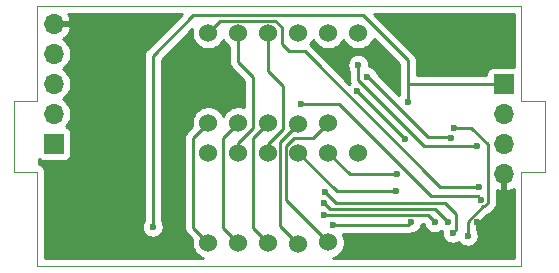
<source format=gtl>
G04 #@! TF.GenerationSoftware,KiCad,Pcbnew,(5.1.10)-1*
G04 #@! TF.CreationDate,2023-01-31T14:41:16+02:00*
G04 #@! TF.ProjectId,voltmeter,766f6c74-6d65-4746-9572-2e6b69636164,rev?*
G04 #@! TF.SameCoordinates,Original*
G04 #@! TF.FileFunction,Copper,L1,Top*
G04 #@! TF.FilePolarity,Positive*
%FSLAX46Y46*%
G04 Gerber Fmt 4.6, Leading zero omitted, Abs format (unit mm)*
G04 Created by KiCad (PCBNEW (5.1.10)-1) date 2023-01-31 14:41:16*
%MOMM*%
%LPD*%
G01*
G04 APERTURE LIST*
G04 #@! TA.AperFunction,Profile*
%ADD10C,0.050000*%
G04 #@! TD*
G04 #@! TA.AperFunction,ComponentPad*
%ADD11O,1.700000X1.700000*%
G04 #@! TD*
G04 #@! TA.AperFunction,ComponentPad*
%ADD12R,1.700000X1.700000*%
G04 #@! TD*
G04 #@! TA.AperFunction,ComponentPad*
%ADD13C,1.524000*%
G04 #@! TD*
G04 #@! TA.AperFunction,ViaPad*
%ADD14C,0.600000*%
G04 #@! TD*
G04 #@! TA.AperFunction,Conductor*
%ADD15C,0.254000*%
G04 #@! TD*
G04 #@! TA.AperFunction,Conductor*
%ADD16C,0.250000*%
G04 #@! TD*
G04 #@! TA.AperFunction,Conductor*
%ADD17C,0.100000*%
G04 #@! TD*
G04 APERTURE END LIST*
D10*
X52578000Y-78048000D02*
X52578000Y-86048000D01*
X50578000Y-86048000D02*
X50578000Y-92048000D01*
X52578000Y-86048000D02*
X50578000Y-86048000D01*
X52578000Y-92048000D02*
X50578000Y-92048000D01*
X52578000Y-92048000D02*
X52578000Y-100048000D01*
X93578000Y-92048000D02*
X93578000Y-100048000D01*
X95578000Y-92048000D02*
X93578000Y-92048000D01*
X95578000Y-86048000D02*
X93578000Y-86048000D01*
X95578000Y-86048000D02*
X95578000Y-92048000D01*
X52578000Y-100048000D02*
X93578000Y-100048000D01*
X93578000Y-78048000D02*
X93578000Y-86048000D01*
X52578000Y-78048000D02*
X93578000Y-78048000D01*
D11*
X92075000Y-92272000D03*
X92075000Y-89732000D03*
X92075000Y-87192000D03*
D12*
X92075000Y-84652000D03*
D11*
X53975000Y-79521200D03*
X53975000Y-82061200D03*
X53975000Y-84601200D03*
X53975000Y-87141200D03*
D12*
X53975000Y-89681200D03*
D13*
X77216000Y-98036380D03*
X74676000Y-98130360D03*
X72136000Y-98044000D03*
X69596000Y-98044000D03*
X67056000Y-98044000D03*
X79756000Y-90424000D03*
X77216000Y-90424000D03*
X74676000Y-90424000D03*
X67056000Y-90424000D03*
X69596000Y-90424000D03*
X72136000Y-90424000D03*
X77216000Y-87897380D03*
X74676000Y-87991360D03*
X72136000Y-87905000D03*
X69596000Y-87905000D03*
X67056000Y-87905000D03*
X79756000Y-80285000D03*
X77216000Y-80285000D03*
X74676000Y-80285000D03*
X67056000Y-80285000D03*
X69596000Y-80285000D03*
X72136000Y-80285000D03*
D14*
X89789000Y-96336000D03*
X62721639Y-99146361D03*
X86614000Y-80334000D03*
X81153000Y-81350000D03*
X67183000Y-82112000D03*
X67183000Y-86049000D03*
X63881000Y-93542000D03*
X92583000Y-78937000D03*
X88519000Y-78937000D03*
X92583000Y-82874000D03*
X55245000Y-93923000D03*
X55118000Y-91637000D03*
X61214000Y-87446000D03*
X78867000Y-99130000D03*
X85471000Y-99130000D03*
X62357000Y-96717000D03*
X83947000Y-86176000D03*
X89946735Y-93324521D03*
X83058000Y-92272000D03*
X82931000Y-93669000D03*
X74930000Y-86303000D03*
X90170000Y-94431000D03*
X87376000Y-96336000D03*
X76881020Y-94731010D03*
X84201000Y-96336000D03*
X77597008Y-96590000D03*
X79756000Y-83001000D03*
X89806479Y-89858999D03*
X79681755Y-85234245D03*
X83745755Y-89298245D03*
X86233000Y-96336000D03*
X76881020Y-95747010D03*
X87630000Y-89224000D03*
X80518000Y-84017000D03*
X76962000Y-93796000D03*
X87757000Y-97224992D03*
X89027000Y-97479000D03*
X87884000Y-88334998D03*
D15*
X90170000Y-96336000D02*
X89789000Y-96336000D01*
X92075000Y-94431000D02*
X90170000Y-96336000D01*
X92075000Y-92272000D02*
X92075000Y-94431000D01*
X58242200Y-79521200D02*
X53975000Y-79521200D01*
X60325000Y-81604000D02*
X58242200Y-79521200D01*
X60325000Y-96749722D02*
X60325000Y-81604000D01*
X62721639Y-99146361D02*
X60325000Y-96749722D01*
X80137000Y-78810000D02*
X83947000Y-82620000D01*
X65786000Y-78810000D02*
X80137000Y-78810000D01*
X83947000Y-82620000D02*
X83947000Y-86176000D01*
X62357000Y-82239000D02*
X65786000Y-78810000D01*
X62357000Y-96717000D02*
X62357000Y-82239000D01*
X84074000Y-84652000D02*
X83947000Y-84779000D01*
X92075000Y-84652000D02*
X84074000Y-84652000D01*
X73659999Y-94480379D02*
X77216000Y-98036380D01*
X73659999Y-89859001D02*
X73659999Y-94480379D01*
X74295000Y-89224000D02*
X73659999Y-89859001D01*
X75889380Y-89224000D02*
X74295000Y-89224000D01*
X77216000Y-87897380D02*
X75889380Y-89224000D01*
X73152000Y-89515360D02*
X74676000Y-87991360D01*
X73152000Y-96606360D02*
X73152000Y-89515360D01*
X74676000Y-98130360D02*
X73152000Y-96606360D01*
X70866000Y-89175000D02*
X72136000Y-87905000D01*
X70866000Y-96774000D02*
X70866000Y-89175000D01*
X72136000Y-98044000D02*
X70866000Y-96774000D01*
X68326000Y-89175000D02*
X69596000Y-87905000D01*
X68326000Y-96774000D02*
X68326000Y-89175000D01*
X69596000Y-98044000D02*
X68326000Y-96774000D01*
X65786000Y-89175000D02*
X67056000Y-87905000D01*
X65786000Y-96774000D02*
X65786000Y-89175000D01*
X67056000Y-98044000D02*
X65786000Y-96774000D01*
X86679203Y-93324521D02*
X89946735Y-93324521D01*
X75212682Y-81858000D02*
X86679203Y-93324521D01*
X73914000Y-81858000D02*
X75212682Y-81858000D01*
X73279000Y-79811659D02*
X73279000Y-81223000D01*
X72736340Y-79268999D02*
X73279000Y-79811659D01*
X68072001Y-79268999D02*
X72736340Y-79268999D01*
X73279000Y-81223000D02*
X73914000Y-81858000D01*
X67056000Y-80285000D02*
X68072001Y-79268999D01*
D16*
X69596000Y-89808590D02*
X69596000Y-90424000D01*
D15*
X69596000Y-89605000D02*
X69596000Y-90424000D01*
X70866000Y-88335000D02*
X69596000Y-89605000D01*
X70866000Y-84017000D02*
X70866000Y-88335000D01*
X69596000Y-82747000D02*
X70866000Y-84017000D01*
X69596000Y-80285000D02*
X69596000Y-82747000D01*
X72136000Y-83509000D02*
X72136000Y-80285000D01*
X73406000Y-84779000D02*
X72136000Y-83509000D01*
X73406000Y-88462000D02*
X73406000Y-84779000D01*
X72136000Y-89732000D02*
X73406000Y-88462000D01*
X72136000Y-90424000D02*
X72136000Y-89732000D01*
X79064000Y-92272000D02*
X77216000Y-90424000D01*
X83058000Y-92272000D02*
X79064000Y-92272000D01*
X77921000Y-93669000D02*
X74676000Y-90424000D01*
X82931000Y-93669000D02*
X77921000Y-93669000D01*
X74930000Y-86303000D02*
X78105000Y-86303000D01*
X78105000Y-86303000D02*
X85933001Y-94131001D01*
X85933001Y-94131001D02*
X89870001Y-94131001D01*
X89870001Y-94131001D02*
X90170000Y-94431000D01*
X86233000Y-95193000D02*
X87376000Y-96336000D01*
X77343010Y-95193000D02*
X86233000Y-95193000D01*
X76881020Y-94731010D02*
X77343010Y-95193000D01*
X83947000Y-96590000D02*
X84201000Y-96336000D01*
X77597008Y-96590000D02*
X83947000Y-96590000D01*
X79756000Y-84271000D02*
X85343999Y-89858999D01*
X79756000Y-83001000D02*
X79756000Y-84271000D01*
X85343999Y-89858999D02*
X89806479Y-89858999D01*
X79681755Y-85234245D02*
X79981754Y-85534244D01*
X79981754Y-85534244D02*
X83745755Y-89298245D01*
X85644010Y-95747010D02*
X86233000Y-96336000D01*
X76881020Y-95747010D02*
X85644010Y-95747010D01*
X80587078Y-84017000D02*
X80518000Y-84017000D01*
X85667078Y-89097000D02*
X80587078Y-84017000D01*
X87630000Y-89097000D02*
X85667078Y-89097000D01*
X76962000Y-93796000D02*
X77851000Y-94685000D01*
X77851000Y-94685000D02*
X87122000Y-94685000D01*
X87122000Y-94685000D02*
X88056999Y-95619999D01*
X88056999Y-95619999D02*
X88056999Y-96924993D01*
X88056999Y-96924993D02*
X87757000Y-97224992D01*
X90724001Y-89720079D02*
X89338920Y-88334998D01*
X89338920Y-88334998D02*
X87884000Y-88334998D01*
X90724002Y-94696922D02*
X90724001Y-89720079D01*
X90435922Y-94985002D02*
X90724002Y-94696922D01*
X90320076Y-94985002D02*
X90435922Y-94985002D01*
X89027000Y-96278078D02*
X90320076Y-94985002D01*
X89027000Y-97479000D02*
X89027000Y-96278078D01*
X92202000Y-92145000D02*
X92222000Y-92145000D01*
X92222000Y-92399000D01*
X92202000Y-92399000D01*
X92202000Y-93592814D01*
X92431891Y-93713481D01*
X92706252Y-93616157D01*
X92918000Y-93490025D01*
X92918001Y-99388000D01*
X77581733Y-99388000D01*
X77623490Y-99379694D01*
X77877727Y-99274385D01*
X78106535Y-99121500D01*
X78301120Y-98926915D01*
X78454005Y-98698107D01*
X78559314Y-98443870D01*
X78613000Y-98173972D01*
X78613000Y-97898788D01*
X78559314Y-97628890D01*
X78454005Y-97374653D01*
X78438869Y-97352000D01*
X83909577Y-97352000D01*
X83947000Y-97355686D01*
X83984423Y-97352000D01*
X83984426Y-97352000D01*
X84096378Y-97340974D01*
X84240015Y-97297402D01*
X84289410Y-97271000D01*
X84293089Y-97271000D01*
X84473729Y-97235068D01*
X84643889Y-97164586D01*
X84797028Y-97062262D01*
X84927262Y-96932028D01*
X85029586Y-96778889D01*
X85100068Y-96608729D01*
X85119904Y-96509010D01*
X85314096Y-96509010D01*
X85333932Y-96608729D01*
X85404414Y-96778889D01*
X85506738Y-96932028D01*
X85636972Y-97062262D01*
X85790111Y-97164586D01*
X85960271Y-97235068D01*
X86140911Y-97271000D01*
X86325089Y-97271000D01*
X86505729Y-97235068D01*
X86675889Y-97164586D01*
X86804500Y-97078651D01*
X86829472Y-97095337D01*
X86822000Y-97132903D01*
X86822000Y-97317081D01*
X86857932Y-97497721D01*
X86928414Y-97667881D01*
X87030738Y-97821020D01*
X87160972Y-97951254D01*
X87314111Y-98053578D01*
X87484271Y-98124060D01*
X87664911Y-98159992D01*
X87849089Y-98159992D01*
X88029729Y-98124060D01*
X88199889Y-98053578D01*
X88259702Y-98013613D01*
X88300738Y-98075028D01*
X88430972Y-98205262D01*
X88584111Y-98307586D01*
X88754271Y-98378068D01*
X88934911Y-98414000D01*
X89119089Y-98414000D01*
X89299729Y-98378068D01*
X89469889Y-98307586D01*
X89623028Y-98205262D01*
X89753262Y-98075028D01*
X89855586Y-97921889D01*
X89926068Y-97751729D01*
X89962000Y-97571089D01*
X89962000Y-97386911D01*
X89926068Y-97206271D01*
X89855586Y-97036111D01*
X89789000Y-96936458D01*
X89789000Y-96593708D01*
X90673482Y-95709226D01*
X90728937Y-95692404D01*
X90861314Y-95621647D01*
X90977344Y-95526424D01*
X91001207Y-95497347D01*
X91236349Y-95262204D01*
X91265424Y-95238343D01*
X91347444Y-95138401D01*
X91360647Y-95122314D01*
X91414372Y-95021801D01*
X91431404Y-94989936D01*
X91474976Y-94846299D01*
X91486002Y-94734347D01*
X91486002Y-94734345D01*
X91489688Y-94696922D01*
X91486002Y-94659499D01*
X91486002Y-93631146D01*
X91718109Y-93713481D01*
X91948000Y-93592814D01*
X91948000Y-92399000D01*
X91928000Y-92399000D01*
X91928000Y-92145000D01*
X91948000Y-92145000D01*
X91948000Y-92125000D01*
X92202000Y-92125000D01*
X92202000Y-92145000D01*
G04 #@! TA.AperFunction,Conductor*
D17*
G36*
X92202000Y-92145000D02*
G01*
X92222000Y-92145000D01*
X92222000Y-92399000D01*
X92202000Y-92399000D01*
X92202000Y-93592814D01*
X92431891Y-93713481D01*
X92706252Y-93616157D01*
X92918000Y-93490025D01*
X92918001Y-99388000D01*
X77581733Y-99388000D01*
X77623490Y-99379694D01*
X77877727Y-99274385D01*
X78106535Y-99121500D01*
X78301120Y-98926915D01*
X78454005Y-98698107D01*
X78559314Y-98443870D01*
X78613000Y-98173972D01*
X78613000Y-97898788D01*
X78559314Y-97628890D01*
X78454005Y-97374653D01*
X78438869Y-97352000D01*
X83909577Y-97352000D01*
X83947000Y-97355686D01*
X83984423Y-97352000D01*
X83984426Y-97352000D01*
X84096378Y-97340974D01*
X84240015Y-97297402D01*
X84289410Y-97271000D01*
X84293089Y-97271000D01*
X84473729Y-97235068D01*
X84643889Y-97164586D01*
X84797028Y-97062262D01*
X84927262Y-96932028D01*
X85029586Y-96778889D01*
X85100068Y-96608729D01*
X85119904Y-96509010D01*
X85314096Y-96509010D01*
X85333932Y-96608729D01*
X85404414Y-96778889D01*
X85506738Y-96932028D01*
X85636972Y-97062262D01*
X85790111Y-97164586D01*
X85960271Y-97235068D01*
X86140911Y-97271000D01*
X86325089Y-97271000D01*
X86505729Y-97235068D01*
X86675889Y-97164586D01*
X86804500Y-97078651D01*
X86829472Y-97095337D01*
X86822000Y-97132903D01*
X86822000Y-97317081D01*
X86857932Y-97497721D01*
X86928414Y-97667881D01*
X87030738Y-97821020D01*
X87160972Y-97951254D01*
X87314111Y-98053578D01*
X87484271Y-98124060D01*
X87664911Y-98159992D01*
X87849089Y-98159992D01*
X88029729Y-98124060D01*
X88199889Y-98053578D01*
X88259702Y-98013613D01*
X88300738Y-98075028D01*
X88430972Y-98205262D01*
X88584111Y-98307586D01*
X88754271Y-98378068D01*
X88934911Y-98414000D01*
X89119089Y-98414000D01*
X89299729Y-98378068D01*
X89469889Y-98307586D01*
X89623028Y-98205262D01*
X89753262Y-98075028D01*
X89855586Y-97921889D01*
X89926068Y-97751729D01*
X89962000Y-97571089D01*
X89962000Y-97386911D01*
X89926068Y-97206271D01*
X89855586Y-97036111D01*
X89789000Y-96936458D01*
X89789000Y-96593708D01*
X90673482Y-95709226D01*
X90728937Y-95692404D01*
X90861314Y-95621647D01*
X90977344Y-95526424D01*
X91001207Y-95497347D01*
X91236349Y-95262204D01*
X91265424Y-95238343D01*
X91347444Y-95138401D01*
X91360647Y-95122314D01*
X91414372Y-95021801D01*
X91431404Y-94989936D01*
X91474976Y-94846299D01*
X91486002Y-94734347D01*
X91486002Y-94734345D01*
X91489688Y-94696922D01*
X91486002Y-94659499D01*
X91486002Y-93631146D01*
X91718109Y-93713481D01*
X91948000Y-93592814D01*
X91948000Y-92399000D01*
X91928000Y-92399000D01*
X91928000Y-92145000D01*
X91948000Y-92145000D01*
X91948000Y-92125000D01*
X92202000Y-92125000D01*
X92202000Y-92145000D01*
G37*
G04 #@! TD.AperFunction*
D15*
X61844649Y-81673721D02*
X61815579Y-81697578D01*
X61791722Y-81726648D01*
X61791721Y-81726649D01*
X61720355Y-81813608D01*
X61649599Y-81945985D01*
X61606027Y-82089622D01*
X61591314Y-82239000D01*
X61595001Y-82276433D01*
X61595000Y-96174458D01*
X61528414Y-96274111D01*
X61457932Y-96444271D01*
X61422000Y-96624911D01*
X61422000Y-96809089D01*
X61457932Y-96989729D01*
X61528414Y-97159889D01*
X61630738Y-97313028D01*
X61760972Y-97443262D01*
X61914111Y-97545586D01*
X62084271Y-97616068D01*
X62264911Y-97652000D01*
X62449089Y-97652000D01*
X62629729Y-97616068D01*
X62799889Y-97545586D01*
X62953028Y-97443262D01*
X63083262Y-97313028D01*
X63185586Y-97159889D01*
X63256068Y-96989729D01*
X63292000Y-96809089D01*
X63292000Y-96624911D01*
X63256068Y-96444271D01*
X63185586Y-96274111D01*
X63119000Y-96174458D01*
X63119000Y-82554630D01*
X65691969Y-79981662D01*
X65659000Y-80147408D01*
X65659000Y-80422592D01*
X65712686Y-80692490D01*
X65817995Y-80946727D01*
X65970880Y-81175535D01*
X66165465Y-81370120D01*
X66394273Y-81523005D01*
X66648510Y-81628314D01*
X66918408Y-81682000D01*
X67193592Y-81682000D01*
X67463490Y-81628314D01*
X67717727Y-81523005D01*
X67946535Y-81370120D01*
X68141120Y-81175535D01*
X68294005Y-80946727D01*
X68326000Y-80869485D01*
X68357995Y-80946727D01*
X68510880Y-81175535D01*
X68705465Y-81370120D01*
X68834000Y-81456005D01*
X68834001Y-82709567D01*
X68830314Y-82747000D01*
X68845027Y-82896378D01*
X68888599Y-83040015D01*
X68959355Y-83172392D01*
X69024125Y-83251314D01*
X69054579Y-83288422D01*
X69083649Y-83312279D01*
X70104000Y-84332631D01*
X70104001Y-86603319D01*
X70003490Y-86561686D01*
X69733592Y-86508000D01*
X69458408Y-86508000D01*
X69188510Y-86561686D01*
X68934273Y-86666995D01*
X68705465Y-86819880D01*
X68510880Y-87014465D01*
X68357995Y-87243273D01*
X68326000Y-87320515D01*
X68294005Y-87243273D01*
X68141120Y-87014465D01*
X67946535Y-86819880D01*
X67717727Y-86666995D01*
X67463490Y-86561686D01*
X67193592Y-86508000D01*
X66918408Y-86508000D01*
X66648510Y-86561686D01*
X66394273Y-86666995D01*
X66165465Y-86819880D01*
X65970880Y-87014465D01*
X65817995Y-87243273D01*
X65712686Y-87497510D01*
X65659000Y-87767408D01*
X65659000Y-88042592D01*
X65689159Y-88194211D01*
X65273649Y-88609721D01*
X65244579Y-88633578D01*
X65220722Y-88662648D01*
X65220721Y-88662649D01*
X65149355Y-88749608D01*
X65078599Y-88881985D01*
X65035027Y-89025622D01*
X65020314Y-89175000D01*
X65024001Y-89212433D01*
X65024000Y-96736577D01*
X65020314Y-96774000D01*
X65024000Y-96811423D01*
X65024000Y-96811425D01*
X65035026Y-96923377D01*
X65078598Y-97067014D01*
X65097131Y-97101686D01*
X65149355Y-97199392D01*
X65178634Y-97235068D01*
X65244578Y-97315422D01*
X65273654Y-97339284D01*
X65689159Y-97754789D01*
X65659000Y-97906408D01*
X65659000Y-98181592D01*
X65712686Y-98451490D01*
X65817995Y-98705727D01*
X65970880Y-98934535D01*
X66165465Y-99129120D01*
X66394273Y-99282005D01*
X66648510Y-99387314D01*
X66651959Y-99388000D01*
X53238000Y-99388000D01*
X53238000Y-92080419D01*
X53241193Y-92048000D01*
X53228450Y-91918617D01*
X53190710Y-91794207D01*
X53129425Y-91679550D01*
X53046948Y-91579052D01*
X52946450Y-91496575D01*
X52831793Y-91435290D01*
X52707383Y-91397550D01*
X52705000Y-91397315D01*
X52705000Y-91007978D01*
X52770506Y-91061737D01*
X52880820Y-91120702D01*
X53000518Y-91157012D01*
X53125000Y-91169272D01*
X54825000Y-91169272D01*
X54949482Y-91157012D01*
X55069180Y-91120702D01*
X55179494Y-91061737D01*
X55276185Y-90982385D01*
X55355537Y-90885694D01*
X55414502Y-90775380D01*
X55450812Y-90655682D01*
X55463072Y-90531200D01*
X55463072Y-88831200D01*
X55450812Y-88706718D01*
X55414502Y-88587020D01*
X55355537Y-88476706D01*
X55276185Y-88380015D01*
X55179494Y-88300663D01*
X55069180Y-88241698D01*
X54996620Y-88219687D01*
X55128475Y-88087832D01*
X55290990Y-87844611D01*
X55402932Y-87574358D01*
X55460000Y-87287460D01*
X55460000Y-86994940D01*
X55402932Y-86708042D01*
X55290990Y-86437789D01*
X55128475Y-86194568D01*
X54921632Y-85987725D01*
X54747240Y-85871200D01*
X54921632Y-85754675D01*
X55128475Y-85547832D01*
X55290990Y-85304611D01*
X55402932Y-85034358D01*
X55460000Y-84747460D01*
X55460000Y-84454940D01*
X55402932Y-84168042D01*
X55290990Y-83897789D01*
X55128475Y-83654568D01*
X54921632Y-83447725D01*
X54747240Y-83331200D01*
X54921632Y-83214675D01*
X55128475Y-83007832D01*
X55290990Y-82764611D01*
X55402932Y-82494358D01*
X55460000Y-82207460D01*
X55460000Y-81914940D01*
X55402932Y-81628042D01*
X55290990Y-81357789D01*
X55128475Y-81114568D01*
X54921632Y-80907725D01*
X54739466Y-80786005D01*
X54856355Y-80716378D01*
X55072588Y-80521469D01*
X55246641Y-80288120D01*
X55371825Y-80025299D01*
X55416476Y-79878090D01*
X55295155Y-79648200D01*
X54102000Y-79648200D01*
X54102000Y-79668200D01*
X53848000Y-79668200D01*
X53848000Y-79648200D01*
X53828000Y-79648200D01*
X53828000Y-79394200D01*
X53848000Y-79394200D01*
X53848000Y-79374200D01*
X54102000Y-79374200D01*
X54102000Y-79394200D01*
X55295155Y-79394200D01*
X55416476Y-79164310D01*
X55371825Y-79017101D01*
X55246641Y-78754280D01*
X55212121Y-78708000D01*
X64810369Y-78708000D01*
X61844649Y-81673721D01*
G04 #@! TA.AperFunction,Conductor*
D17*
G36*
X61844649Y-81673721D02*
G01*
X61815579Y-81697578D01*
X61791722Y-81726648D01*
X61791721Y-81726649D01*
X61720355Y-81813608D01*
X61649599Y-81945985D01*
X61606027Y-82089622D01*
X61591314Y-82239000D01*
X61595001Y-82276433D01*
X61595000Y-96174458D01*
X61528414Y-96274111D01*
X61457932Y-96444271D01*
X61422000Y-96624911D01*
X61422000Y-96809089D01*
X61457932Y-96989729D01*
X61528414Y-97159889D01*
X61630738Y-97313028D01*
X61760972Y-97443262D01*
X61914111Y-97545586D01*
X62084271Y-97616068D01*
X62264911Y-97652000D01*
X62449089Y-97652000D01*
X62629729Y-97616068D01*
X62799889Y-97545586D01*
X62953028Y-97443262D01*
X63083262Y-97313028D01*
X63185586Y-97159889D01*
X63256068Y-96989729D01*
X63292000Y-96809089D01*
X63292000Y-96624911D01*
X63256068Y-96444271D01*
X63185586Y-96274111D01*
X63119000Y-96174458D01*
X63119000Y-82554630D01*
X65691969Y-79981662D01*
X65659000Y-80147408D01*
X65659000Y-80422592D01*
X65712686Y-80692490D01*
X65817995Y-80946727D01*
X65970880Y-81175535D01*
X66165465Y-81370120D01*
X66394273Y-81523005D01*
X66648510Y-81628314D01*
X66918408Y-81682000D01*
X67193592Y-81682000D01*
X67463490Y-81628314D01*
X67717727Y-81523005D01*
X67946535Y-81370120D01*
X68141120Y-81175535D01*
X68294005Y-80946727D01*
X68326000Y-80869485D01*
X68357995Y-80946727D01*
X68510880Y-81175535D01*
X68705465Y-81370120D01*
X68834000Y-81456005D01*
X68834001Y-82709567D01*
X68830314Y-82747000D01*
X68845027Y-82896378D01*
X68888599Y-83040015D01*
X68959355Y-83172392D01*
X69024125Y-83251314D01*
X69054579Y-83288422D01*
X69083649Y-83312279D01*
X70104000Y-84332631D01*
X70104001Y-86603319D01*
X70003490Y-86561686D01*
X69733592Y-86508000D01*
X69458408Y-86508000D01*
X69188510Y-86561686D01*
X68934273Y-86666995D01*
X68705465Y-86819880D01*
X68510880Y-87014465D01*
X68357995Y-87243273D01*
X68326000Y-87320515D01*
X68294005Y-87243273D01*
X68141120Y-87014465D01*
X67946535Y-86819880D01*
X67717727Y-86666995D01*
X67463490Y-86561686D01*
X67193592Y-86508000D01*
X66918408Y-86508000D01*
X66648510Y-86561686D01*
X66394273Y-86666995D01*
X66165465Y-86819880D01*
X65970880Y-87014465D01*
X65817995Y-87243273D01*
X65712686Y-87497510D01*
X65659000Y-87767408D01*
X65659000Y-88042592D01*
X65689159Y-88194211D01*
X65273649Y-88609721D01*
X65244579Y-88633578D01*
X65220722Y-88662648D01*
X65220721Y-88662649D01*
X65149355Y-88749608D01*
X65078599Y-88881985D01*
X65035027Y-89025622D01*
X65020314Y-89175000D01*
X65024001Y-89212433D01*
X65024000Y-96736577D01*
X65020314Y-96774000D01*
X65024000Y-96811423D01*
X65024000Y-96811425D01*
X65035026Y-96923377D01*
X65078598Y-97067014D01*
X65097131Y-97101686D01*
X65149355Y-97199392D01*
X65178634Y-97235068D01*
X65244578Y-97315422D01*
X65273654Y-97339284D01*
X65689159Y-97754789D01*
X65659000Y-97906408D01*
X65659000Y-98181592D01*
X65712686Y-98451490D01*
X65817995Y-98705727D01*
X65970880Y-98934535D01*
X66165465Y-99129120D01*
X66394273Y-99282005D01*
X66648510Y-99387314D01*
X66651959Y-99388000D01*
X53238000Y-99388000D01*
X53238000Y-92080419D01*
X53241193Y-92048000D01*
X53228450Y-91918617D01*
X53190710Y-91794207D01*
X53129425Y-91679550D01*
X53046948Y-91579052D01*
X52946450Y-91496575D01*
X52831793Y-91435290D01*
X52707383Y-91397550D01*
X52705000Y-91397315D01*
X52705000Y-91007978D01*
X52770506Y-91061737D01*
X52880820Y-91120702D01*
X53000518Y-91157012D01*
X53125000Y-91169272D01*
X54825000Y-91169272D01*
X54949482Y-91157012D01*
X55069180Y-91120702D01*
X55179494Y-91061737D01*
X55276185Y-90982385D01*
X55355537Y-90885694D01*
X55414502Y-90775380D01*
X55450812Y-90655682D01*
X55463072Y-90531200D01*
X55463072Y-88831200D01*
X55450812Y-88706718D01*
X55414502Y-88587020D01*
X55355537Y-88476706D01*
X55276185Y-88380015D01*
X55179494Y-88300663D01*
X55069180Y-88241698D01*
X54996620Y-88219687D01*
X55128475Y-88087832D01*
X55290990Y-87844611D01*
X55402932Y-87574358D01*
X55460000Y-87287460D01*
X55460000Y-86994940D01*
X55402932Y-86708042D01*
X55290990Y-86437789D01*
X55128475Y-86194568D01*
X54921632Y-85987725D01*
X54747240Y-85871200D01*
X54921632Y-85754675D01*
X55128475Y-85547832D01*
X55290990Y-85304611D01*
X55402932Y-85034358D01*
X55460000Y-84747460D01*
X55460000Y-84454940D01*
X55402932Y-84168042D01*
X55290990Y-83897789D01*
X55128475Y-83654568D01*
X54921632Y-83447725D01*
X54747240Y-83331200D01*
X54921632Y-83214675D01*
X55128475Y-83007832D01*
X55290990Y-82764611D01*
X55402932Y-82494358D01*
X55460000Y-82207460D01*
X55460000Y-81914940D01*
X55402932Y-81628042D01*
X55290990Y-81357789D01*
X55128475Y-81114568D01*
X54921632Y-80907725D01*
X54739466Y-80786005D01*
X54856355Y-80716378D01*
X55072588Y-80521469D01*
X55246641Y-80288120D01*
X55371825Y-80025299D01*
X55416476Y-79878090D01*
X55295155Y-79648200D01*
X54102000Y-79648200D01*
X54102000Y-79668200D01*
X53848000Y-79668200D01*
X53848000Y-79648200D01*
X53828000Y-79648200D01*
X53828000Y-79394200D01*
X53848000Y-79394200D01*
X53848000Y-79374200D01*
X54102000Y-79374200D01*
X54102000Y-79394200D01*
X55295155Y-79394200D01*
X55416476Y-79164310D01*
X55371825Y-79017101D01*
X55246641Y-78754280D01*
X55212121Y-78708000D01*
X64810369Y-78708000D01*
X61844649Y-81673721D01*
G37*
G04 #@! TD.AperFunction*
D15*
X83185000Y-82935630D02*
X83185001Y-84741571D01*
X83181314Y-84779000D01*
X83185001Y-84816429D01*
X83185001Y-85537292D01*
X81423298Y-83775590D01*
X81417068Y-83744271D01*
X81346586Y-83574111D01*
X81244262Y-83420972D01*
X81114028Y-83290738D01*
X80960889Y-83188414D01*
X80790729Y-83117932D01*
X80690042Y-83097904D01*
X80691000Y-83093089D01*
X80691000Y-82908911D01*
X80655068Y-82728271D01*
X80584586Y-82558111D01*
X80482262Y-82404972D01*
X80352028Y-82274738D01*
X80198889Y-82172414D01*
X80028729Y-82101932D01*
X79848089Y-82066000D01*
X79663911Y-82066000D01*
X79483271Y-82101932D01*
X79313111Y-82172414D01*
X79159972Y-82274738D01*
X79029738Y-82404972D01*
X78927414Y-82558111D01*
X78856932Y-82728271D01*
X78821000Y-82908911D01*
X78821000Y-83093089D01*
X78856932Y-83273729D01*
X78927414Y-83443889D01*
X78994000Y-83543543D01*
X78994001Y-84233567D01*
X78990314Y-84271000D01*
X79005027Y-84420378D01*
X79044199Y-84549511D01*
X79013011Y-84580699D01*
X75777966Y-81345654D01*
X75754104Y-81316578D01*
X75680490Y-81256165D01*
X75761120Y-81175535D01*
X75914005Y-80946727D01*
X75946000Y-80869485D01*
X75977995Y-80946727D01*
X76130880Y-81175535D01*
X76325465Y-81370120D01*
X76554273Y-81523005D01*
X76808510Y-81628314D01*
X77078408Y-81682000D01*
X77353592Y-81682000D01*
X77623490Y-81628314D01*
X77877727Y-81523005D01*
X78106535Y-81370120D01*
X78301120Y-81175535D01*
X78454005Y-80946727D01*
X78486000Y-80869485D01*
X78517995Y-80946727D01*
X78670880Y-81175535D01*
X78865465Y-81370120D01*
X79094273Y-81523005D01*
X79348510Y-81628314D01*
X79618408Y-81682000D01*
X79893592Y-81682000D01*
X80163490Y-81628314D01*
X80417727Y-81523005D01*
X80646535Y-81370120D01*
X80841120Y-81175535D01*
X80994005Y-80946727D01*
X81053197Y-80803827D01*
X83185000Y-82935630D01*
G04 #@! TA.AperFunction,Conductor*
D17*
G36*
X83185000Y-82935630D02*
G01*
X83185001Y-84741571D01*
X83181314Y-84779000D01*
X83185001Y-84816429D01*
X83185001Y-85537292D01*
X81423298Y-83775590D01*
X81417068Y-83744271D01*
X81346586Y-83574111D01*
X81244262Y-83420972D01*
X81114028Y-83290738D01*
X80960889Y-83188414D01*
X80790729Y-83117932D01*
X80690042Y-83097904D01*
X80691000Y-83093089D01*
X80691000Y-82908911D01*
X80655068Y-82728271D01*
X80584586Y-82558111D01*
X80482262Y-82404972D01*
X80352028Y-82274738D01*
X80198889Y-82172414D01*
X80028729Y-82101932D01*
X79848089Y-82066000D01*
X79663911Y-82066000D01*
X79483271Y-82101932D01*
X79313111Y-82172414D01*
X79159972Y-82274738D01*
X79029738Y-82404972D01*
X78927414Y-82558111D01*
X78856932Y-82728271D01*
X78821000Y-82908911D01*
X78821000Y-83093089D01*
X78856932Y-83273729D01*
X78927414Y-83443889D01*
X78994000Y-83543543D01*
X78994001Y-84233567D01*
X78990314Y-84271000D01*
X79005027Y-84420378D01*
X79044199Y-84549511D01*
X79013011Y-84580699D01*
X75777966Y-81345654D01*
X75754104Y-81316578D01*
X75680490Y-81256165D01*
X75761120Y-81175535D01*
X75914005Y-80946727D01*
X75946000Y-80869485D01*
X75977995Y-80946727D01*
X76130880Y-81175535D01*
X76325465Y-81370120D01*
X76554273Y-81523005D01*
X76808510Y-81628314D01*
X77078408Y-81682000D01*
X77353592Y-81682000D01*
X77623490Y-81628314D01*
X77877727Y-81523005D01*
X78106535Y-81370120D01*
X78301120Y-81175535D01*
X78454005Y-80946727D01*
X78486000Y-80869485D01*
X78517995Y-80946727D01*
X78670880Y-81175535D01*
X78865465Y-81370120D01*
X79094273Y-81523005D01*
X79348510Y-81628314D01*
X79618408Y-81682000D01*
X79893592Y-81682000D01*
X80163490Y-81628314D01*
X80417727Y-81523005D01*
X80646535Y-81370120D01*
X80841120Y-81175535D01*
X80994005Y-80946727D01*
X81053197Y-80803827D01*
X83185000Y-82935630D01*
G37*
G04 #@! TD.AperFunction*
D15*
X92918001Y-83163928D02*
X91225000Y-83163928D01*
X91100518Y-83176188D01*
X90980820Y-83212498D01*
X90870506Y-83271463D01*
X90773815Y-83350815D01*
X90694463Y-83447506D01*
X90635498Y-83557820D01*
X90599188Y-83677518D01*
X90586928Y-83802000D01*
X90586928Y-83890000D01*
X84709000Y-83890000D01*
X84709000Y-82657423D01*
X84712686Y-82620000D01*
X84708314Y-82575608D01*
X84697974Y-82470622D01*
X84654402Y-82326985D01*
X84590515Y-82207460D01*
X84583645Y-82194607D01*
X84547869Y-82151015D01*
X84488422Y-82078578D01*
X84459347Y-82054717D01*
X81112630Y-78708000D01*
X92918000Y-78708000D01*
X92918001Y-83163928D01*
G04 #@! TA.AperFunction,Conductor*
D17*
G36*
X92918001Y-83163928D02*
G01*
X91225000Y-83163928D01*
X91100518Y-83176188D01*
X90980820Y-83212498D01*
X90870506Y-83271463D01*
X90773815Y-83350815D01*
X90694463Y-83447506D01*
X90635498Y-83557820D01*
X90599188Y-83677518D01*
X90586928Y-83802000D01*
X90586928Y-83890000D01*
X84709000Y-83890000D01*
X84709000Y-82657423D01*
X84712686Y-82620000D01*
X84708314Y-82575608D01*
X84697974Y-82470622D01*
X84654402Y-82326985D01*
X84590515Y-82207460D01*
X84583645Y-82194607D01*
X84547869Y-82151015D01*
X84488422Y-82078578D01*
X84459347Y-82054717D01*
X81112630Y-78708000D01*
X92918000Y-78708000D01*
X92918001Y-83163928D01*
G37*
G04 #@! TD.AperFunction*
M02*

</source>
